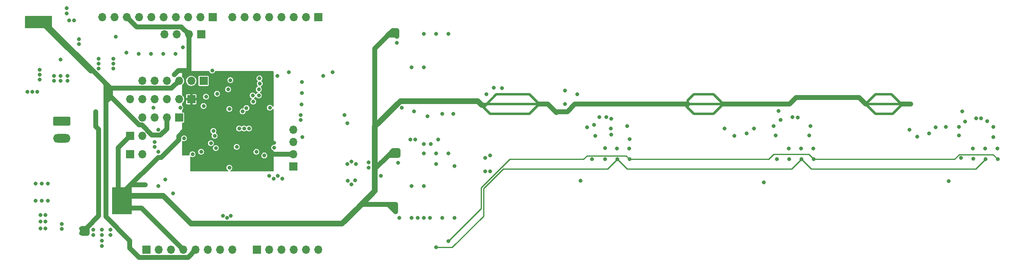
<source format=gbr>
%TF.GenerationSoftware,KiCad,Pcbnew,(6.0.2)*%
%TF.CreationDate,2022-03-11T07:45:19+01:00*%
%TF.ProjectId,GestureControl,47657374-7572-4654-936f-6e74726f6c2e,V0.1*%
%TF.SameCoordinates,Original*%
%TF.FileFunction,Copper,L3,Inr*%
%TF.FilePolarity,Positive*%
%FSLAX46Y46*%
G04 Gerber Fmt 4.6, Leading zero omitted, Abs format (unit mm)*
G04 Created by KiCad (PCBNEW (6.0.2)) date 2022-03-11 07:45:19*
%MOMM*%
%LPD*%
G01*
G04 APERTURE LIST*
G04 Aperture macros list*
%AMRoundRect*
0 Rectangle with rounded corners*
0 $1 Rounding radius*
0 $2 $3 $4 $5 $6 $7 $8 $9 X,Y pos of 4 corners*
0 Add a 4 corners polygon primitive as box body*
4,1,4,$2,$3,$4,$5,$6,$7,$8,$9,$2,$3,0*
0 Add four circle primitives for the rounded corners*
1,1,$1+$1,$2,$3*
1,1,$1+$1,$4,$5*
1,1,$1+$1,$6,$7*
1,1,$1+$1,$8,$9*
0 Add four rect primitives between the rounded corners*
20,1,$1+$1,$2,$3,$4,$5,0*
20,1,$1+$1,$4,$5,$6,$7,0*
20,1,$1+$1,$6,$7,$8,$9,0*
20,1,$1+$1,$8,$9,$2,$3,0*%
G04 Aperture macros list end*
%TA.AperFunction,ComponentPad*%
%ADD10R,1.700000X1.700000*%
%TD*%
%TA.AperFunction,ComponentPad*%
%ADD11O,1.700000X1.700000*%
%TD*%
%TA.AperFunction,ComponentPad*%
%ADD12RoundRect,0.250000X-1.550000X0.650000X-1.550000X-0.650000X1.550000X-0.650000X1.550000X0.650000X0*%
%TD*%
%TA.AperFunction,ComponentPad*%
%ADD13O,3.600000X1.800000*%
%TD*%
%TA.AperFunction,ViaPad*%
%ADD14C,0.800000*%
%TD*%
%TA.AperFunction,Conductor*%
%ADD15C,1.000000*%
%TD*%
%TA.AperFunction,Conductor*%
%ADD16C,0.500000*%
%TD*%
%TA.AperFunction,Conductor*%
%ADD17C,1.200000*%
%TD*%
%TA.AperFunction,Conductor*%
%ADD18C,0.250000*%
%TD*%
G04 APERTURE END LIST*
D10*
%TO.N,unconnected-(J3-Pad1)*%
%TO.C,J3*%
X67818000Y-155194000D03*
D11*
%TO.N,unconnected-(J3-Pad2)*%
X70358000Y-155194000D03*
%TO.N,unconnected-(J3-Pad3)*%
X72898000Y-155194000D03*
%TO.N,+3V3*%
X75438000Y-155194000D03*
%TO.N,+5V*%
X77978000Y-155194000D03*
%TO.N,GND*%
X80518000Y-155194000D03*
X83058000Y-155194000D03*
%TO.N,unconnected-(J3-Pad8)*%
X85598000Y-155194000D03*
%TD*%
D10*
%TO.N,XSHUT_0*%
%TO.C,J4*%
X90678000Y-155194000D03*
D11*
%TO.N,XSHUT_1*%
X93218000Y-155194000D03*
%TO.N,XSHUT_2*%
X95758000Y-155194000D03*
%TO.N,XSHUT_3*%
X98298000Y-155194000D03*
%TO.N,SW_1*%
X100838000Y-155194000D03*
%TO.N,SW_2*%
X103378000Y-155194000D03*
%TD*%
D10*
%TO.N,unconnected-(J5-Pad1)*%
%TO.C,J5*%
X81534000Y-106934000D03*
D11*
%TO.N,unconnected-(J5-Pad2)*%
X78994000Y-106934000D03*
%TO.N,GPIOI_0*%
X76454000Y-106934000D03*
%TO.N,GPIOI_1*%
X73914000Y-106934000D03*
%TO.N,GPIOI_2*%
X71374000Y-106934000D03*
%TO.N,GPIOI_3*%
X68834000Y-106934000D03*
%TO.N,GND*%
X66294000Y-106934000D03*
%TO.N,+3V3*%
X63754000Y-106934000D03*
%TO.N,SDA1*%
X61214000Y-106934000D03*
%TO.N,SCL1*%
X58674000Y-106934000D03*
%TD*%
D10*
%TO.N,GND*%
%TO.C,J1*%
X74543490Y-127756490D03*
D11*
%TO.N,+5V*%
X72003490Y-127756490D03*
%TO.N,SDA1*%
X69463490Y-127756490D03*
%TO.N,SCL1*%
X66923490Y-127756490D03*
%TD*%
D12*
%TO.N,GND*%
%TO.C,J2*%
X50292000Y-128524000D03*
D13*
%TO.N,Net-(D6-Pad2)*%
X50292000Y-132024000D03*
%TD*%
D10*
%TO.N,GND*%
%TO.C,J7*%
X79623490Y-120136490D03*
D11*
%TO.N,/STM32L151RET6TR/FTDI_CTS*%
X77083490Y-120136490D03*
%TO.N,+5V*%
X74543490Y-120136490D03*
%TO.N,/STM32L151RET6TR/FTDI_TXD*%
X72003490Y-120136490D03*
%TO.N,/STM32L151RET6TR/FTDI_RXD*%
X69463490Y-120136490D03*
%TO.N,/STM32L151RET6TR/FTDI_RTS*%
X66923490Y-120136490D03*
%TD*%
D10*
%TO.N,GND*%
%TO.C,J10*%
X79121000Y-110490000D03*
D11*
%TO.N,+3V3*%
X76581000Y-110490000D03*
%TO.N,SDA2*%
X74041000Y-110490000D03*
%TO.N,SCL2*%
X71501000Y-110490000D03*
%TD*%
D10*
%TO.N,GND*%
%TO.C,J9*%
X98165490Y-137916490D03*
D11*
%TO.N,+3V3*%
X98165490Y-135376490D03*
%TO.N,/STM32L151RET6TR/UART_TX*%
X98165490Y-132836490D03*
%TO.N,/STM32L151RET6TR/UART_RX*%
X98165490Y-130296490D03*
%TD*%
D10*
%TO.N,unconnected-(J6-Pad1)*%
%TO.C,J6*%
X103378000Y-106934000D03*
D11*
%TO.N,unconnected-(J6-Pad2)*%
X100838000Y-106934000D03*
%TO.N,LED_5*%
X98298000Y-106934000D03*
%TO.N,LED_4*%
X95758000Y-106934000D03*
%TO.N,LED_3*%
X93218000Y-106934000D03*
%TO.N,LED_2*%
X90678000Y-106934000D03*
%TO.N,LED_1*%
X88138000Y-106934000D03*
%TO.N,unconnected-(J6-Pad8)*%
X85598000Y-106934000D03*
%TD*%
D10*
%TO.N,+3V3*%
%TO.C,J8*%
X77083490Y-123946490D03*
D11*
%TO.N,/STM32L151RET6TR/SWCLK*%
X74543490Y-123946490D03*
%TO.N,GND*%
X72003490Y-123946490D03*
%TO.N,/STM32L151RET6TR/SWDAT*%
X69463490Y-123946490D03*
%TO.N,/STM32L151RET6TR/RST*%
X66923490Y-123946490D03*
%TO.N,/STM32L151RET6TR/SW0*%
X64383490Y-123946490D03*
%TD*%
D10*
%TO.N,GND*%
%TO.C,J11*%
X64383490Y-135376490D03*
D11*
%TO.N,/STM32L151RET6TR/RST*%
X66923490Y-135376490D03*
%TD*%
D10*
%TO.N,+3V3*%
%TO.C,J12*%
X64383490Y-131566490D03*
D11*
%TO.N,/STM32L151RET6TR/BOOT*%
X66923490Y-131566490D03*
%TD*%
D14*
%TO.N,+3V3*%
X151638000Y-125730000D03*
%TO.N,GND*%
X93339490Y-125724490D03*
X203291000Y-134148000D03*
X243078000Y-129667000D03*
X99943490Y-120390490D03*
X241391000Y-134148000D03*
X165191000Y-134148000D03*
X126492000Y-148590000D03*
X129032000Y-148590000D03*
X50038000Y-119126000D03*
X60960000Y-116586000D03*
X56769000Y-152146000D03*
X131572000Y-148590000D03*
X127726000Y-110399000D03*
X92202000Y-135640500D03*
X82417490Y-122803490D03*
X51816000Y-107569000D03*
X200751000Y-134148000D03*
X58547000Y-153289000D03*
X120650000Y-125730000D03*
X60325000Y-152146000D03*
X192024000Y-131064000D03*
X139700000Y-121539000D03*
X123952000Y-148590000D03*
X160453750Y-129224652D03*
X125186000Y-110399000D03*
X154432000Y-124968000D03*
X130266000Y-135164000D03*
X51308000Y-105029000D03*
X57912000Y-115570000D03*
X120142000Y-148590000D03*
X193548000Y-130048000D03*
X119888000Y-137160000D03*
X45847000Y-149352000D03*
X77337490Y-135376490D03*
X45720000Y-117856000D03*
X122428000Y-132334000D03*
X156972000Y-122936000D03*
X83629500Y-148145500D03*
X79115490Y-134868490D03*
X45847000Y-147955000D03*
X127726000Y-135164000D03*
X130266000Y-110399000D03*
X45212000Y-122428000D03*
X225679000Y-130302000D03*
X58547000Y-152146000D03*
X45720000Y-119888000D03*
X50292000Y-150876000D03*
X227330000Y-131699000D03*
X162687000Y-134112000D03*
X154432000Y-122174000D03*
X237236000Y-128573000D03*
X126619000Y-133223000D03*
X47371000Y-141478000D03*
X238851000Y-134148000D03*
X138176000Y-122936000D03*
X56769000Y-151003000D03*
X189484000Y-131572000D03*
X46863000Y-149352000D03*
X233807000Y-140970000D03*
X45720000Y-118872000D03*
X58547000Y-154432000D03*
X157607000Y-140843000D03*
X50292000Y-149860000D03*
X44831000Y-141478000D03*
X205232000Y-129540000D03*
X50038000Y-120142000D03*
X205831000Y-134148000D03*
X51435000Y-120142000D03*
X46101000Y-141478000D03*
X195580000Y-141224000D03*
X85280500Y-148145500D03*
X243931000Y-134148000D03*
X70225490Y-141980490D03*
X60960000Y-117602000D03*
X123190000Y-126492000D03*
X163957000Y-131318000D03*
X43180000Y-122428000D03*
X125222000Y-133223000D03*
X73279000Y-143510000D03*
X60325000Y-151003000D03*
X239522000Y-127889000D03*
X86481490Y-133852490D03*
X50038000Y-115697000D03*
X163957000Y-128016000D03*
X84449490Y-148584490D03*
X108817490Y-127248490D03*
X231140000Y-129794000D03*
X201514688Y-127669312D03*
X119634000Y-112268000D03*
X141351000Y-121666000D03*
X46863000Y-150749000D03*
X57912000Y-117602000D03*
X45847000Y-150749000D03*
X167259000Y-129540000D03*
X57912000Y-116586000D03*
X81147490Y-133090490D03*
X197612000Y-129540000D03*
X51435000Y-119126000D03*
X235966000Y-129667000D03*
X51308000Y-106172000D03*
X53848000Y-112522000D03*
X187452000Y-130048000D03*
X89021490Y-130042490D03*
X60960000Y-115570000D03*
X241808000Y-128524000D03*
X125186000Y-135164000D03*
X48641000Y-119126000D03*
X47371000Y-145034000D03*
X44831000Y-145034000D03*
X58547000Y-151003000D03*
X44196000Y-122428000D03*
X94234000Y-133985000D03*
X46101000Y-145034000D03*
X48641000Y-120142000D03*
X90551000Y-134874000D03*
X229743000Y-131064000D03*
X125984000Y-127508000D03*
X71718000Y-140626000D03*
X79623490Y-125343490D03*
X167731000Y-134148000D03*
X52832000Y-107569000D03*
X163940743Y-130048956D03*
X46863000Y-147955000D03*
X70225490Y-134868490D03*
X81401490Y-117977490D03*
%TO.N,VCC*%
X55245000Y-151765000D03*
X55245000Y-150749000D03*
X54229000Y-151765000D03*
X57277000Y-129584000D03*
X57277000Y-127552000D03*
X57277000Y-128568000D03*
X54229000Y-150749000D03*
X57277000Y-126536000D03*
%TO.N,+3V3*%
X243078000Y-131826000D03*
X73533000Y-118872000D03*
X119634000Y-110871000D03*
X63500000Y-146558000D03*
X104394000Y-119088500D03*
X61976000Y-142748000D03*
X87497490Y-133852490D03*
X61976000Y-145288000D03*
X204978000Y-131445000D03*
X61976000Y-144018000D03*
X167767000Y-132207000D03*
X61976000Y-146558000D03*
X94234000Y-132969000D03*
X90886490Y-125303490D03*
X160655000Y-131572000D03*
X128214700Y-132287298D03*
X81829488Y-128010490D03*
X83941490Y-130804490D03*
X224282000Y-124968000D03*
X63500000Y-145288000D03*
X197993000Y-131445000D03*
X119380000Y-147320000D03*
X63500000Y-142748000D03*
X119634000Y-109728000D03*
X123444000Y-132334000D03*
X136398000Y-124333000D03*
X137160000Y-125095000D03*
X63500000Y-144018000D03*
X119888000Y-135636000D03*
X97282000Y-118364000D03*
X188722000Y-124968000D03*
X67564000Y-141732000D03*
X187198000Y-124968000D03*
X82671490Y-120898490D03*
X81020490Y-134233490D03*
X92583000Y-119634000D03*
X225933000Y-124968000D03*
X235966000Y-131445000D03*
X119888000Y-134620000D03*
X152654000Y-126746000D03*
X119380000Y-145796000D03*
%TO.N,XSHUT_1*%
X162687000Y-136398000D03*
X138938000Y-135636000D03*
X94107000Y-140462000D03*
X125222000Y-148590000D03*
X161544000Y-127635000D03*
X138938000Y-138938000D03*
%TO.N,GPIOI_1*%
X158988951Y-129809049D03*
X122682000Y-148590000D03*
X113792000Y-138176000D03*
X137922000Y-138938000D03*
X160020000Y-136398000D03*
X88512206Y-125761490D03*
X162941000Y-127635000D03*
X137922000Y-136100972D03*
%TO.N,XSHUT_2*%
X111125000Y-137414000D03*
X94996000Y-139827000D03*
X110998000Y-140799219D03*
X198628000Y-126365000D03*
X200787000Y-136398000D03*
X125222000Y-117348000D03*
%TO.N,GPIOI_2*%
X199009000Y-128248020D03*
X198247000Y-136398000D03*
X202565000Y-127762000D03*
X122682000Y-117348000D03*
%TO.N,XSHUT_0*%
X129032000Y-127000000D03*
X93218000Y-139827000D03*
X116332000Y-139827000D03*
%TO.N,GPIOI_0*%
X131318000Y-127000000D03*
X113792000Y-137033000D03*
X89910490Y-124454490D03*
%TO.N,LED_3*%
X99689490Y-127250501D03*
X91053490Y-121914490D03*
%TO.N,LED_4*%
X91246503Y-120715508D03*
X99933042Y-125051500D03*
%TO.N,LED_5*%
X91206489Y-119645186D03*
X99943490Y-122676490D03*
%TO.N,LED_1*%
X89783490Y-123184490D03*
X100064501Y-131820490D03*
%TO.N,LED_2*%
X91053490Y-123184490D03*
X99696679Y-128249978D03*
%TO.N,SW_1*%
X106299000Y-118364000D03*
X109474000Y-140843000D03*
X109347000Y-128905000D03*
X109347000Y-137414000D03*
%TO.N,SW_2*%
X110236000Y-141605000D03*
X94872692Y-119107607D03*
X110236000Y-136906000D03*
%TO.N,+5V*%
X56261000Y-118110000D03*
X45974000Y-108331000D03*
X43942000Y-108331000D03*
X46990000Y-108331000D03*
X44958000Y-108331000D03*
%TO.N,/STM32L151RET6TR/BOOT*%
X75559490Y-132074490D03*
%TO.N,/STM32L151RET6TR/RST*%
X84957490Y-138170490D03*
%TO.N,SCL1*%
X127762000Y-154686000D03*
X69463490Y-132836490D03*
X203327000Y-136398000D03*
X127762000Y-137414000D03*
X241427000Y-136398000D03*
X165227000Y-136398000D03*
%TO.N,SDA1*%
X205867000Y-136398000D03*
X167767000Y-136398000D03*
X70225490Y-130296490D03*
X131572000Y-137795000D03*
X69468143Y-133857143D03*
X243967000Y-136398000D03*
X130302000Y-153416000D03*
%TO.N,/STM32L151RET6TR/FTDI_RTS*%
X81655490Y-130550490D03*
X80131490Y-123438490D03*
%TO.N,/STM32L151RET6TR/FTDI_CTS*%
X81909490Y-131566490D03*
%TO.N,/STM32L151RET6TR/SW0*%
X69209490Y-125724490D03*
X74797490Y-125724490D03*
%TO.N,SCL2*%
X68701490Y-114548490D03*
X84703490Y-121914490D03*
%TO.N,SDA2*%
X85186510Y-119995408D03*
X71241490Y-114548490D03*
%TO.N,/STM32L151RET6TR/PIN41*%
X84957490Y-125978490D03*
%TO.N,/STM32L151RET6TR/PIN29*%
X88005490Y-130042490D03*
%TO.N,/STM32L151RET6TR/PIN30*%
X86989490Y-130042490D03*
%TO.N,/STM32L151RET6TR/PC8*%
X73781490Y-114548490D03*
%TO.N,/STM32L151RET6TR/PA9*%
X66161490Y-114548490D03*
%TO.N,/STM32L151RET6TR/PA10*%
X63621490Y-114294490D03*
%TO.N,BUCK_5_EN*%
X82163490Y-134106490D03*
X75311000Y-113157000D03*
X53848000Y-111506000D03*
X61468000Y-110998000D03*
%TO.N,XSHUT_3*%
X95885000Y-140462000D03*
X238887000Y-136271000D03*
X125222000Y-141986000D03*
X236601000Y-126492000D03*
%TO.N,GPIOI_3*%
X233246989Y-129667000D03*
X236347000Y-136144000D03*
X240538000Y-127889000D03*
X87713990Y-126492000D03*
X122682000Y-141986000D03*
%TD*%
D15*
%TO.N,+3V3*%
X150876000Y-124968000D02*
X152654000Y-126746000D01*
%TO.N,VCC*%
X57912000Y-130219000D02*
X57912000Y-148163634D01*
X57912000Y-148163634D02*
X55499000Y-150576634D01*
X55499000Y-151765000D02*
X55499000Y-150749000D01*
X57277000Y-126536000D02*
X57277000Y-129584000D01*
X54483000Y-151765000D02*
X55499000Y-151765000D01*
X55499000Y-150749000D02*
X54483000Y-151765000D01*
X55499000Y-150749000D02*
X54483000Y-150749000D01*
X54483000Y-150749000D02*
X54483000Y-151765000D01*
X57277000Y-129584000D02*
X57912000Y-130219000D01*
X55499000Y-150576634D02*
X55499000Y-150749000D01*
%TO.N,+3V3*%
X76581000Y-117221000D02*
X76581000Y-117983000D01*
X115062000Y-129621634D02*
X115062000Y-113411000D01*
D16*
X149098000Y-124968000D02*
X147066000Y-122936000D01*
D15*
X179832000Y-124968000D02*
X156464000Y-124968000D01*
D16*
X179832000Y-124968000D02*
X179832000Y-124206000D01*
D15*
X98165490Y-135376490D02*
X93477510Y-135376490D01*
D16*
X221996000Y-122936000D02*
X223774000Y-124714000D01*
D15*
X76581000Y-110490000D02*
X76581000Y-117221000D01*
X117792500Y-110680500D02*
X118745000Y-109728000D01*
D16*
X137160000Y-125222000D02*
X137541000Y-125603000D01*
X216662000Y-124968000D02*
X218694000Y-127000000D01*
D15*
X119634000Y-110871000D02*
X119443500Y-110680500D01*
D16*
X179959000Y-125857000D02*
X179578000Y-125476000D01*
D15*
X65760489Y-108940489D02*
X75031489Y-108940489D01*
D16*
X218694000Y-122936000D02*
X221996000Y-122936000D01*
X216662000Y-124968000D02*
X218694000Y-122936000D01*
D15*
X66802000Y-146558000D02*
X75438000Y-155194000D01*
D16*
X185166000Y-127000000D02*
X181102000Y-127000000D01*
D17*
X108279999Y-149784001D02*
X77013001Y-149784001D01*
D15*
X150876000Y-124968000D02*
X151638000Y-125730000D01*
D17*
X137160000Y-125095000D02*
X136398000Y-124333000D01*
D15*
X70231000Y-136017000D02*
X70866000Y-136017000D01*
X152654000Y-126746000D02*
X152864511Y-126535489D01*
X224028000Y-124968000D02*
X225933000Y-124968000D01*
X188722000Y-124968000D02*
X189738000Y-124968000D01*
D17*
X77013001Y-149784001D02*
X71247000Y-144018000D01*
D15*
X119380000Y-145796000D02*
X117221000Y-145796000D01*
X76581000Y-117221000D02*
X76581000Y-118618000D01*
X117856000Y-145796000D02*
X117221000Y-145796000D01*
D16*
X218694000Y-127000000D02*
X222250000Y-127000000D01*
X187198000Y-124968000D02*
X185166000Y-127000000D01*
X137160000Y-125095000D02*
X137160000Y-125222000D01*
D15*
X149098000Y-124968000D02*
X150876000Y-124968000D01*
D16*
X137541000Y-125603000D02*
X138938000Y-127000000D01*
D15*
X119634000Y-109728000D02*
X119634000Y-110871000D01*
X75031489Y-108940489D02*
X76581000Y-110490000D01*
D18*
X76581000Y-118618000D02*
X75946000Y-118618000D01*
D16*
X222250000Y-127000000D02*
X224028000Y-125222000D01*
D15*
X119888000Y-134620000D02*
X119888000Y-135636000D01*
D16*
X140208000Y-122936000D02*
X138049000Y-125095000D01*
X147066000Y-127000000D02*
X149098000Y-124968000D01*
D15*
X74422000Y-117983000D02*
X73533000Y-118872000D01*
D17*
X115062000Y-143002000D02*
X115062000Y-142621000D01*
D15*
X152864511Y-126535489D02*
X154896511Y-126535489D01*
X67564000Y-141732000D02*
X64516000Y-141732000D01*
D17*
X115062000Y-129621634D02*
X120350634Y-124333000D01*
D15*
X202236567Y-123614489D02*
X215308489Y-123614489D01*
X64383490Y-131566490D02*
X61976000Y-133973980D01*
X76581000Y-117983000D02*
X75946000Y-118618000D01*
X119380000Y-147320000D02*
X119380000Y-145796000D01*
X156464000Y-124968000D02*
X154896511Y-126535489D01*
D17*
X111633000Y-146431000D02*
X115062000Y-143002000D01*
D16*
X216662000Y-124968000D02*
X224028000Y-124968000D01*
D17*
X115062000Y-129921000D02*
X115062000Y-129621634D01*
X120350634Y-124333000D02*
X136398000Y-124333000D01*
D16*
X149098000Y-124968000D02*
X137033000Y-124968000D01*
X181102000Y-122936000D02*
X185166000Y-122936000D01*
D15*
X118110000Y-135636000D02*
X117983000Y-135509000D01*
D16*
X137033000Y-124968000D02*
X136398000Y-124333000D01*
D15*
X200883056Y-124968000D02*
X202236567Y-123614489D01*
X119888000Y-135636000D02*
X118872000Y-134620000D01*
X63500000Y-142748000D02*
X70231000Y-136017000D01*
X117304511Y-111168489D02*
X117792500Y-110680500D01*
D16*
X137541000Y-125603000D02*
X138049000Y-125095000D01*
D17*
X115062000Y-138430000D02*
X115062000Y-136779000D01*
D15*
X215308489Y-123614489D02*
X216662000Y-124968000D01*
X119634000Y-109728000D02*
X118745000Y-109728000D01*
X119888000Y-135636000D02*
X118110000Y-135636000D01*
X119380000Y-147320000D02*
X117856000Y-145796000D01*
X61976000Y-133973980D02*
X61976000Y-142748000D01*
D16*
X138938000Y-127000000D02*
X147066000Y-127000000D01*
D17*
X115062000Y-142621000D02*
X115062000Y-138430000D01*
D15*
X76581000Y-117983000D02*
X74422000Y-117983000D01*
X64516000Y-141732000D02*
X63500000Y-142748000D01*
X115062000Y-113411000D02*
X117304511Y-111168489D01*
X117221000Y-145796000D02*
X112268000Y-145796000D01*
X118872000Y-134620000D02*
X117983000Y-135509000D01*
D17*
X112268000Y-145796000D02*
X111633000Y-146431000D01*
D15*
X63754000Y-106934000D02*
X65760489Y-108940489D01*
X119443500Y-110680500D02*
X117792500Y-110680500D01*
X70866000Y-136017000D02*
X74459979Y-132423021D01*
D17*
X71247000Y-144018000D02*
X63500000Y-144018000D01*
D16*
X147066000Y-122936000D02*
X140208000Y-122936000D01*
D15*
X118745000Y-109728000D02*
X115062000Y-113411000D01*
X189738000Y-124968000D02*
X200883056Y-124968000D01*
X189738000Y-124968000D02*
X187198000Y-124968000D01*
D16*
X179832000Y-125730000D02*
X179832000Y-125476000D01*
X185166000Y-122936000D02*
X187198000Y-124968000D01*
D15*
X74459979Y-132423021D02*
X74459979Y-131619057D01*
X119888000Y-134620000D02*
X118872000Y-134620000D01*
X224028000Y-124968000D02*
X224282000Y-124968000D01*
X74459979Y-131619057D02*
X75777036Y-130302000D01*
X63500000Y-146558000D02*
X66802000Y-146558000D01*
D16*
X179832000Y-124968000D02*
X186690000Y-124968000D01*
D17*
X115062000Y-136779000D02*
X115062000Y-129921000D01*
D15*
X75777036Y-130302000D02*
X77089000Y-130302000D01*
D16*
X181102000Y-127000000D02*
X179959000Y-125857000D01*
X179832000Y-124206000D02*
X181102000Y-122936000D01*
D17*
X111633000Y-146431000D02*
X108279999Y-149784001D01*
D16*
X179959000Y-125857000D02*
X179832000Y-125730000D01*
D15*
X117983000Y-135509000D02*
X115062000Y-138430000D01*
%TO.N,+5V*%
X59436000Y-124968000D02*
X59436000Y-148336000D01*
X46990000Y-108839000D02*
X46990000Y-108331000D01*
X59436000Y-124968000D02*
X59436000Y-120777000D01*
X60345001Y-123369341D02*
X60345001Y-121686001D01*
X72993979Y-121686001D02*
X60345001Y-121686001D01*
X59436000Y-124968000D02*
X59436000Y-124460000D01*
X66281661Y-129306001D02*
X60345001Y-123369341D01*
X68944342Y-131396001D02*
X66854342Y-129306001D01*
X70680923Y-131396001D02*
X68944342Y-131396001D01*
X74543490Y-120136490D02*
X72993979Y-121686001D01*
X66854342Y-129306001D02*
X66281661Y-129306001D01*
X76428489Y-156743511D02*
X77978000Y-155194000D01*
X59436000Y-120777000D02*
X58737500Y-120078500D01*
X56261000Y-118110000D02*
X46990000Y-108839000D01*
X60345001Y-121686001D02*
X58737500Y-120078500D01*
X66319511Y-156743511D02*
X76428489Y-156743511D01*
X59436000Y-124460000D02*
X60345001Y-123550999D01*
X64376245Y-154800245D02*
X66319511Y-156743511D01*
X72003490Y-127756490D02*
X72003490Y-130073434D01*
X58737500Y-120078500D02*
X46990000Y-108331000D01*
X60345001Y-123550999D02*
X60345001Y-123369341D01*
X59436000Y-148336000D02*
X64376245Y-153276245D01*
X72003490Y-130073434D02*
X70680923Y-131396001D01*
X64376245Y-153276245D02*
X64376245Y-154800245D01*
D18*
%TO.N,SCL1*%
X167259000Y-138430000D02*
X201295000Y-138430000D01*
X137546020Y-142488980D02*
X141605000Y-138430000D01*
X137546020Y-148203980D02*
X137546020Y-142488980D01*
X165227000Y-136398000D02*
X167259000Y-138430000D01*
X127762000Y-154686000D02*
X131064000Y-154686000D01*
X203327000Y-136398000D02*
X205359000Y-138430000D01*
X205359000Y-138430000D02*
X239395000Y-138430000D01*
X239395000Y-138430000D02*
X241427000Y-136398000D01*
X141605000Y-138430000D02*
X163195000Y-138430000D01*
X131064000Y-154686000D02*
X137546020Y-148203980D01*
X163195000Y-138430000D02*
X165227000Y-136398000D01*
X201295000Y-138430000D02*
X203327000Y-136398000D01*
%TO.N,SDA1*%
X196596000Y-136398000D02*
X167767000Y-136398000D01*
X137096500Y-146621500D02*
X130302000Y-153416000D01*
X137096500Y-142302782D02*
X137096500Y-146621500D01*
X205867000Y-136398000D02*
X204851000Y-135382000D01*
X143001282Y-136398000D02*
X137096500Y-142302782D01*
X158242000Y-136398000D02*
X143001282Y-136398000D01*
X205867000Y-136398000D02*
X235068386Y-136398000D01*
X242988489Y-135419489D02*
X243967000Y-136398000D01*
X204851000Y-135382000D02*
X197612000Y-135382000D01*
X235068386Y-136398000D02*
X236046897Y-135419489D01*
X167767000Y-136398000D02*
X167042489Y-135673489D01*
X158966511Y-135673489D02*
X158242000Y-136398000D01*
X236046897Y-135419489D02*
X242988489Y-135419489D01*
X167042489Y-135673489D02*
X158966511Y-135673489D01*
X197612000Y-135382000D02*
X196596000Y-136398000D01*
%TD*%
%TA.AperFunction,Conductor*%
%TO.N,+3V3*%
G36*
X80788049Y-118124492D02*
G01*
X80836336Y-118182271D01*
X80876954Y-118280331D01*
X80973208Y-118405772D01*
X81098649Y-118502026D01*
X81244728Y-118562534D01*
X81401490Y-118583172D01*
X81409678Y-118582094D01*
X81550064Y-118563612D01*
X81558252Y-118562534D01*
X81704331Y-118502026D01*
X81829772Y-118405772D01*
X81926026Y-118280331D01*
X81966644Y-118182271D01*
X82011191Y-118126991D01*
X82083052Y-118104490D01*
X93975490Y-118104490D01*
X94043611Y-118124492D01*
X94090104Y-118178148D01*
X94101490Y-118230490D01*
X94101490Y-125364866D01*
X94081488Y-125432987D01*
X94027832Y-125479480D01*
X93957558Y-125489584D01*
X93892978Y-125460090D01*
X93866832Y-125428424D01*
X93864026Y-125421649D01*
X93767772Y-125296208D01*
X93756239Y-125287358D01*
X93686432Y-125233794D01*
X93642331Y-125199954D01*
X93496252Y-125139446D01*
X93339490Y-125118808D01*
X93182728Y-125139446D01*
X93036649Y-125199954D01*
X92992548Y-125233794D01*
X92922742Y-125287358D01*
X92911208Y-125296208D01*
X92814954Y-125421649D01*
X92754446Y-125567728D01*
X92733808Y-125724490D01*
X92754446Y-125881252D01*
X92814954Y-126027331D01*
X92911208Y-126152772D01*
X92917754Y-126157795D01*
X92947408Y-126180549D01*
X93036649Y-126249026D01*
X93182728Y-126309534D01*
X93339490Y-126330172D01*
X93347678Y-126329094D01*
X93488064Y-126310612D01*
X93496252Y-126309534D01*
X93642331Y-126249026D01*
X93731572Y-126180549D01*
X93761226Y-126157795D01*
X93767772Y-126152772D01*
X93864026Y-126027331D01*
X93866751Y-126020753D01*
X93917752Y-125972122D01*
X93987465Y-125958684D01*
X94053377Y-125985070D01*
X94094559Y-126042902D01*
X94101490Y-126084114D01*
X94101490Y-133305720D01*
X94081488Y-133373841D01*
X94023708Y-133422129D01*
X93931159Y-133460464D01*
X93848624Y-133523795D01*
X93814931Y-133549649D01*
X93805718Y-133556718D01*
X93800695Y-133563264D01*
X93786354Y-133581954D01*
X93709464Y-133682159D01*
X93648956Y-133828238D01*
X93628318Y-133985000D01*
X93648956Y-134141762D01*
X93709464Y-134287841D01*
X93805718Y-134413282D01*
X93931159Y-134509536D01*
X94004211Y-134539795D01*
X94023708Y-134547871D01*
X94078989Y-134592419D01*
X94101490Y-134664280D01*
X94101490Y-138806490D01*
X94081488Y-138874611D01*
X94027832Y-138921104D01*
X93975490Y-138932490D01*
X85317114Y-138932490D01*
X85248993Y-138912488D01*
X85202500Y-138858832D01*
X85192396Y-138788558D01*
X85221890Y-138723978D01*
X85253556Y-138697832D01*
X85260331Y-138695026D01*
X85385772Y-138598772D01*
X85482026Y-138473331D01*
X85542534Y-138327252D01*
X85563172Y-138170490D01*
X85542534Y-138013728D01*
X85482026Y-137867649D01*
X85385772Y-137742208D01*
X85260331Y-137645954D01*
X85114252Y-137585446D01*
X84957490Y-137564808D01*
X84800728Y-137585446D01*
X84654649Y-137645954D01*
X84529208Y-137742208D01*
X84432954Y-137867649D01*
X84372446Y-138013728D01*
X84351808Y-138170490D01*
X84372446Y-138327252D01*
X84432954Y-138473331D01*
X84529208Y-138598772D01*
X84654649Y-138695026D01*
X84661227Y-138697751D01*
X84709858Y-138748752D01*
X84723296Y-138818465D01*
X84696910Y-138884377D01*
X84639078Y-138925559D01*
X84597866Y-138932490D01*
X76955490Y-138932490D01*
X76887369Y-138912488D01*
X76840876Y-138858832D01*
X76829490Y-138806490D01*
X76829490Y-135999105D01*
X76849492Y-135930984D01*
X76903148Y-135884491D01*
X76973422Y-135874387D01*
X77019766Y-135893910D01*
X77020944Y-135891869D01*
X77028097Y-135895999D01*
X77034649Y-135901026D01*
X77180728Y-135961534D01*
X77337490Y-135982172D01*
X77345678Y-135981094D01*
X77486064Y-135962612D01*
X77494252Y-135961534D01*
X77640331Y-135901026D01*
X77765772Y-135804772D01*
X77777818Y-135789074D01*
X77856999Y-135685882D01*
X77862026Y-135679331D01*
X77878110Y-135640500D01*
X91596318Y-135640500D01*
X91616956Y-135797262D01*
X91677464Y-135943341D01*
X91773718Y-136068782D01*
X91899159Y-136165036D01*
X92045238Y-136225544D01*
X92202000Y-136246182D01*
X92210188Y-136245104D01*
X92350574Y-136226622D01*
X92358762Y-136225544D01*
X92504841Y-136165036D01*
X92630282Y-136068782D01*
X92726536Y-135943341D01*
X92787044Y-135797262D01*
X92807682Y-135640500D01*
X92787044Y-135483738D01*
X92726536Y-135337659D01*
X92658059Y-135248418D01*
X92635305Y-135218764D01*
X92630282Y-135212218D01*
X92504841Y-135115964D01*
X92358762Y-135055456D01*
X92202000Y-135034818D01*
X92045238Y-135055456D01*
X91899159Y-135115964D01*
X91773718Y-135212218D01*
X91768695Y-135218764D01*
X91745941Y-135248418D01*
X91677464Y-135337659D01*
X91616956Y-135483738D01*
X91596318Y-135640500D01*
X77878110Y-135640500D01*
X77922534Y-135533252D01*
X77943172Y-135376490D01*
X77922534Y-135219728D01*
X77862026Y-135073649D01*
X77765772Y-134948208D01*
X77661881Y-134868490D01*
X78509808Y-134868490D01*
X78530446Y-135025252D01*
X78590954Y-135171331D01*
X78687208Y-135296772D01*
X78812649Y-135393026D01*
X78958728Y-135453534D01*
X79115490Y-135474172D01*
X79123678Y-135473094D01*
X79264064Y-135454612D01*
X79272252Y-135453534D01*
X79418331Y-135393026D01*
X79543772Y-135296772D01*
X79640026Y-135171331D01*
X79700534Y-135025252D01*
X79720447Y-134874000D01*
X89945318Y-134874000D01*
X89965956Y-135030762D01*
X90026464Y-135176841D01*
X90122718Y-135302282D01*
X90248159Y-135398536D01*
X90394238Y-135459044D01*
X90551000Y-135479682D01*
X90559188Y-135478604D01*
X90699574Y-135460122D01*
X90707762Y-135459044D01*
X90853841Y-135398536D01*
X90979282Y-135302282D01*
X91075536Y-135176841D01*
X91136044Y-135030762D01*
X91156682Y-134874000D01*
X91136044Y-134717238D01*
X91075536Y-134571159D01*
X90979282Y-134445718D01*
X90853841Y-134349464D01*
X90707762Y-134288956D01*
X90551000Y-134268318D01*
X90394238Y-134288956D01*
X90248159Y-134349464D01*
X90122718Y-134445718D01*
X90026464Y-134571159D01*
X89965956Y-134717238D01*
X89945318Y-134874000D01*
X79720447Y-134874000D01*
X79721172Y-134868490D01*
X79700534Y-134711728D01*
X79640026Y-134565649D01*
X79543772Y-134440208D01*
X79418331Y-134343954D01*
X79282952Y-134287878D01*
X79279881Y-134286606D01*
X79272252Y-134283446D01*
X79115490Y-134262808D01*
X78958728Y-134283446D01*
X78951099Y-134286606D01*
X78948028Y-134287878D01*
X78812649Y-134343954D01*
X78687208Y-134440208D01*
X78590954Y-134565649D01*
X78530446Y-134711728D01*
X78509808Y-134868490D01*
X77661881Y-134868490D01*
X77640331Y-134851954D01*
X77494252Y-134791446D01*
X77337490Y-134770808D01*
X77180728Y-134791446D01*
X77034649Y-134851954D01*
X76909208Y-134948208D01*
X76812954Y-135073649D01*
X76752446Y-135219728D01*
X76731808Y-135376490D01*
X76732886Y-135384678D01*
X76746494Y-135488044D01*
X76735554Y-135558193D01*
X76688426Y-135611291D01*
X76621572Y-135630490D01*
X75304490Y-135630490D01*
X75236369Y-135610488D01*
X75189876Y-135556832D01*
X75178490Y-135504490D01*
X75178490Y-134106490D01*
X81557808Y-134106490D01*
X81578446Y-134263252D01*
X81638954Y-134409331D01*
X81666875Y-134445718D01*
X81718269Y-134512696D01*
X81735208Y-134534772D01*
X81860649Y-134631026D01*
X82006728Y-134691534D01*
X82163490Y-134712172D01*
X82171678Y-134711094D01*
X82312064Y-134692612D01*
X82320252Y-134691534D01*
X82466331Y-134631026D01*
X82591772Y-134534772D01*
X82608712Y-134512696D01*
X82660105Y-134445718D01*
X82688026Y-134409331D01*
X82748534Y-134263252D01*
X82769172Y-134106490D01*
X82748534Y-133949728D01*
X82708257Y-133852490D01*
X85875808Y-133852490D01*
X85896446Y-134009252D01*
X85956954Y-134155331D01*
X86053208Y-134280772D01*
X86059754Y-134285795D01*
X86062469Y-134287878D01*
X86178649Y-134377026D01*
X86324728Y-134437534D01*
X86481490Y-134458172D01*
X86489678Y-134457094D01*
X86630064Y-134438612D01*
X86638252Y-134437534D01*
X86784331Y-134377026D01*
X86900511Y-134287878D01*
X86903226Y-134285795D01*
X86909772Y-134280772D01*
X87006026Y-134155331D01*
X87066534Y-134009252D01*
X87087172Y-133852490D01*
X87066534Y-133695728D01*
X87006026Y-133549649D01*
X86909772Y-133424208D01*
X86784331Y-133327954D01*
X86638252Y-133267446D01*
X86481490Y-133246808D01*
X86324728Y-133267446D01*
X86178649Y-133327954D01*
X86053208Y-133424208D01*
X85956954Y-133549649D01*
X85896446Y-133695728D01*
X85875808Y-133852490D01*
X82708257Y-133852490D01*
X82688026Y-133803649D01*
X82591772Y-133678208D01*
X82466331Y-133581954D01*
X82320252Y-133521446D01*
X82163490Y-133500808D01*
X82006728Y-133521446D01*
X81860649Y-133581954D01*
X81854098Y-133586981D01*
X81809264Y-133621383D01*
X81743043Y-133646983D01*
X81693565Y-133636835D01*
X81704197Y-133683053D01*
X81678383Y-133752264D01*
X81638954Y-133803649D01*
X81578446Y-133949728D01*
X81557808Y-134106490D01*
X75178490Y-134106490D01*
X75178490Y-133090490D01*
X80541808Y-133090490D01*
X80562446Y-133247252D01*
X80622954Y-133393331D01*
X80719208Y-133518772D01*
X80844649Y-133615026D01*
X80990728Y-133675534D01*
X81147490Y-133696172D01*
X81155678Y-133695094D01*
X81296064Y-133676612D01*
X81304252Y-133675534D01*
X81450331Y-133615026D01*
X81501716Y-133575597D01*
X81567937Y-133549997D01*
X81617415Y-133560145D01*
X81606783Y-133513927D01*
X81632597Y-133444716D01*
X81648333Y-133424208D01*
X81672026Y-133393331D01*
X81732534Y-133247252D01*
X81753172Y-133090490D01*
X81732534Y-132933728D01*
X81672026Y-132787649D01*
X81575772Y-132662208D01*
X81450331Y-132565954D01*
X81304252Y-132505446D01*
X81147490Y-132484808D01*
X80990728Y-132505446D01*
X80844649Y-132565954D01*
X80719208Y-132662208D01*
X80622954Y-132787649D01*
X80562446Y-132933728D01*
X80541808Y-133090490D01*
X75178490Y-133090490D01*
X75178490Y-132755224D01*
X75198492Y-132687103D01*
X75252148Y-132640610D01*
X75322422Y-132630506D01*
X75352708Y-132638815D01*
X75402728Y-132659534D01*
X75559490Y-132680172D01*
X75567678Y-132679094D01*
X75708064Y-132660612D01*
X75716252Y-132659534D01*
X75862331Y-132599026D01*
X75987772Y-132502772D01*
X76084026Y-132377331D01*
X76144534Y-132231252D01*
X76165172Y-132074490D01*
X76144534Y-131917728D01*
X76084026Y-131771649D01*
X75987772Y-131646208D01*
X75862331Y-131549954D01*
X75716252Y-131489446D01*
X75559490Y-131468808D01*
X75402728Y-131489446D01*
X75395099Y-131492606D01*
X75352708Y-131510165D01*
X75282118Y-131517754D01*
X75218631Y-131485975D01*
X75182404Y-131424917D01*
X75178490Y-131393756D01*
X75178490Y-130550490D01*
X81049808Y-130550490D01*
X81070446Y-130707252D01*
X81130954Y-130853331D01*
X81227208Y-130978772D01*
X81233754Y-130983795D01*
X81346101Y-131070002D01*
X81346103Y-131070003D01*
X81352649Y-131075026D01*
X81353810Y-131075507D01*
X81400566Y-131124545D01*
X81414000Y-131194259D01*
X81392465Y-131248994D01*
X81394111Y-131249944D01*
X81389981Y-131257097D01*
X81384954Y-131263649D01*
X81324446Y-131409728D01*
X81303808Y-131566490D01*
X81324446Y-131723252D01*
X81384954Y-131869331D01*
X81481208Y-131994772D01*
X81606649Y-132091026D01*
X81752728Y-132151534D01*
X81909490Y-132172172D01*
X81917678Y-132171094D01*
X82058064Y-132152612D01*
X82066252Y-132151534D01*
X82212331Y-132091026D01*
X82337772Y-131994772D01*
X82434026Y-131869331D01*
X82494534Y-131723252D01*
X82515172Y-131566490D01*
X82494534Y-131409728D01*
X82434026Y-131263649D01*
X82337772Y-131138208D01*
X82331226Y-131133185D01*
X82218879Y-131046978D01*
X82218877Y-131046977D01*
X82212331Y-131041954D01*
X82211170Y-131041473D01*
X82164414Y-130992435D01*
X82150980Y-130922721D01*
X82172515Y-130867986D01*
X82170869Y-130867036D01*
X82174999Y-130859882D01*
X82180026Y-130853331D01*
X82240534Y-130707252D01*
X82261172Y-130550490D01*
X82240534Y-130393728D01*
X82180026Y-130247649D01*
X82083772Y-130122208D01*
X81979881Y-130042490D01*
X86383808Y-130042490D01*
X86404446Y-130199252D01*
X86464954Y-130345331D01*
X86561208Y-130470772D01*
X86686649Y-130567026D01*
X86832728Y-130627534D01*
X86989490Y-130648172D01*
X86997678Y-130647094D01*
X87138064Y-130628612D01*
X87146252Y-130627534D01*
X87292331Y-130567026D01*
X87417772Y-130470772D01*
X87419250Y-130472698D01*
X87470707Y-130444600D01*
X87541522Y-130449665D01*
X87576269Y-130471996D01*
X87577208Y-130470772D01*
X87702649Y-130567026D01*
X87848728Y-130627534D01*
X88005490Y-130648172D01*
X88013678Y-130647094D01*
X88154064Y-130628612D01*
X88162252Y-130627534D01*
X88308331Y-130567026D01*
X88433772Y-130470772D01*
X88435250Y-130472698D01*
X88486707Y-130444600D01*
X88557522Y-130449665D01*
X88592269Y-130471996D01*
X88593208Y-130470772D01*
X88718649Y-130567026D01*
X88864728Y-130627534D01*
X89021490Y-130648172D01*
X89029678Y-130647094D01*
X89170064Y-130628612D01*
X89178252Y-130627534D01*
X89324331Y-130567026D01*
X89449772Y-130470772D01*
X89546026Y-130345331D01*
X89606534Y-130199252D01*
X89627172Y-130042490D01*
X89606534Y-129885728D01*
X89546026Y-129739649D01*
X89449772Y-129614208D01*
X89324331Y-129517954D01*
X89178252Y-129457446D01*
X89021490Y-129436808D01*
X88864728Y-129457446D01*
X88718649Y-129517954D01*
X88593208Y-129614208D01*
X88591730Y-129612282D01*
X88540273Y-129640380D01*
X88469458Y-129635315D01*
X88434711Y-129612984D01*
X88433772Y-129614208D01*
X88314882Y-129522981D01*
X88308331Y-129517954D01*
X88162252Y-129457446D01*
X88005490Y-129436808D01*
X87848728Y-129457446D01*
X87702649Y-129517954D01*
X87577208Y-129614208D01*
X87575730Y-129612282D01*
X87524273Y-129640380D01*
X87453458Y-129635315D01*
X87418711Y-129612984D01*
X87417772Y-129614208D01*
X87298882Y-129522981D01*
X87292331Y-129517954D01*
X87146252Y-129457446D01*
X86989490Y-129436808D01*
X86832728Y-129457446D01*
X86686649Y-129517954D01*
X86561208Y-129614208D01*
X86464954Y-129739649D01*
X86404446Y-129885728D01*
X86383808Y-130042490D01*
X81979881Y-130042490D01*
X81958331Y-130025954D01*
X81812252Y-129965446D01*
X81655490Y-129944808D01*
X81498728Y-129965446D01*
X81352649Y-130025954D01*
X81227208Y-130122208D01*
X81130954Y-130247649D01*
X81070446Y-130393728D01*
X81049808Y-130550490D01*
X75178490Y-130550490D01*
X75178490Y-128932990D01*
X75198492Y-128864869D01*
X75252148Y-128818376D01*
X75304490Y-128806990D01*
X75413238Y-128806990D01*
X75419306Y-128805783D01*
X75459551Y-128797778D01*
X75459552Y-128797778D01*
X75471721Y-128795357D01*
X75538042Y-128751042D01*
X75582357Y-128684721D01*
X75593990Y-128626238D01*
X75593990Y-126886742D01*
X75582357Y-126828259D01*
X75538042Y-126761938D01*
X75471721Y-126717623D01*
X75459552Y-126715202D01*
X75459551Y-126715202D01*
X75419306Y-126707197D01*
X75413238Y-126705990D01*
X75304490Y-126705990D01*
X75236369Y-126685988D01*
X75189876Y-126632332D01*
X75178490Y-126579990D01*
X75178490Y-126250720D01*
X75198492Y-126182599D01*
X75215397Y-126161622D01*
X75219219Y-126157800D01*
X75225772Y-126152772D01*
X75245499Y-126127064D01*
X75294105Y-126063718D01*
X75322026Y-126027331D01*
X75342257Y-125978490D01*
X84351808Y-125978490D01*
X84372446Y-126135252D01*
X84375606Y-126142881D01*
X84376992Y-126146226D01*
X84432954Y-126281331D01*
X84529208Y-126406772D01*
X84654649Y-126503026D01*
X84800728Y-126563534D01*
X84957490Y-126584172D01*
X84965678Y-126583094D01*
X84989256Y-126579990D01*
X85114252Y-126563534D01*
X85260331Y-126503026D01*
X85274700Y-126492000D01*
X87108308Y-126492000D01*
X87128946Y-126648762D01*
X87189454Y-126794841D01*
X87285708Y-126920282D01*
X87411149Y-127016536D01*
X87557228Y-127077044D01*
X87713990Y-127097682D01*
X87722178Y-127096604D01*
X87862564Y-127078122D01*
X87870752Y-127077044D01*
X88016831Y-127016536D01*
X88142272Y-126920282D01*
X88238526Y-126794841D01*
X88299034Y-126648762D01*
X88319672Y-126492000D01*
X88318735Y-126484879D01*
X88338596Y-126417237D01*
X88392252Y-126370744D01*
X88461040Y-126360436D01*
X88504018Y-126366094D01*
X88512206Y-126367172D01*
X88520394Y-126366094D01*
X88660780Y-126347612D01*
X88668968Y-126346534D01*
X88815047Y-126286026D01*
X88940488Y-126189772D01*
X89036742Y-126064331D01*
X89097250Y-125918252D01*
X89117888Y-125761490D01*
X89097250Y-125604728D01*
X89036742Y-125458649D01*
X88964780Y-125364866D01*
X88945511Y-125339754D01*
X88940488Y-125333208D01*
X88815047Y-125236954D01*
X88668968Y-125176446D01*
X88512206Y-125155808D01*
X88355444Y-125176446D01*
X88209365Y-125236954D01*
X88083924Y-125333208D01*
X88078901Y-125339754D01*
X88059632Y-125364866D01*
X87987670Y-125458649D01*
X87927162Y-125604728D01*
X87906524Y-125761490D01*
X87907461Y-125768611D01*
X87887600Y-125836253D01*
X87833944Y-125882746D01*
X87765156Y-125893054D01*
X87722178Y-125887396D01*
X87713990Y-125886318D01*
X87557228Y-125906956D01*
X87411149Y-125967464D01*
X87285708Y-126063718D01*
X87189454Y-126189159D01*
X87128946Y-126335238D01*
X87108308Y-126492000D01*
X85274700Y-126492000D01*
X85385772Y-126406772D01*
X85482026Y-126281331D01*
X85537988Y-126146226D01*
X85539374Y-126142881D01*
X85542534Y-126135252D01*
X85563172Y-125978490D01*
X85542534Y-125821728D01*
X85482026Y-125675649D01*
X85385772Y-125550208D01*
X85260331Y-125453954D01*
X85114252Y-125393446D01*
X84957490Y-125372808D01*
X84800728Y-125393446D01*
X84654649Y-125453954D01*
X84529208Y-125550208D01*
X84432954Y-125675649D01*
X84372446Y-125821728D01*
X84351808Y-125978490D01*
X75342257Y-125978490D01*
X75382534Y-125881252D01*
X75403172Y-125724490D01*
X75382534Y-125567728D01*
X75322026Y-125421649D01*
X75262053Y-125343490D01*
X79017808Y-125343490D01*
X79038446Y-125500252D01*
X79098954Y-125646331D01*
X79158927Y-125724490D01*
X79181036Y-125753302D01*
X79195208Y-125771772D01*
X79320649Y-125868026D01*
X79466728Y-125928534D01*
X79623490Y-125949172D01*
X79631678Y-125948094D01*
X79772064Y-125929612D01*
X79780252Y-125928534D01*
X79926331Y-125868026D01*
X80051772Y-125771772D01*
X80065945Y-125753302D01*
X80088053Y-125724490D01*
X80148026Y-125646331D01*
X80208534Y-125500252D01*
X80229172Y-125343490D01*
X80208534Y-125186728D01*
X80148026Y-125040649D01*
X80051772Y-124915208D01*
X79926331Y-124818954D01*
X79780252Y-124758446D01*
X79623490Y-124737808D01*
X79466728Y-124758446D01*
X79320649Y-124818954D01*
X79195208Y-124915208D01*
X79098954Y-125040649D01*
X79038446Y-125186728D01*
X79017808Y-125343490D01*
X75262053Y-125343490D01*
X75225772Y-125296208D01*
X75219219Y-125291180D01*
X75215397Y-125287358D01*
X75181370Y-125225046D01*
X75178490Y-125198260D01*
X75178490Y-124844990D01*
X75188764Y-124810001D01*
X76033490Y-124810001D01*
X76034697Y-124822256D01*
X76042673Y-124862354D01*
X76051989Y-124884845D01*
X76082405Y-124930366D01*
X76099614Y-124947575D01*
X76145135Y-124977991D01*
X76167626Y-124987307D01*
X76207724Y-124995283D01*
X76219979Y-124996490D01*
X76811375Y-124996490D01*
X76826614Y-124992015D01*
X76827819Y-124990625D01*
X76829490Y-124982942D01*
X76829490Y-124978375D01*
X77337490Y-124978375D01*
X77341965Y-124993614D01*
X77343355Y-124994819D01*
X77351038Y-124996490D01*
X77947001Y-124996490D01*
X77959256Y-124995283D01*
X77999354Y-124987307D01*
X78021845Y-124977991D01*
X78067366Y-124947575D01*
X78084575Y-124930366D01*
X78114991Y-124884845D01*
X78124307Y-124862354D01*
X78132283Y-124822256D01*
X78133490Y-124810001D01*
X78133490Y-124218605D01*
X78129015Y-124203366D01*
X78127625Y-124202161D01*
X78119942Y-124200490D01*
X77355605Y-124200490D01*
X77340366Y-124204965D01*
X77339161Y-124206355D01*
X77337490Y-124214038D01*
X77337490Y-124978375D01*
X76829490Y-124978375D01*
X76829490Y-124218605D01*
X76825015Y-124203366D01*
X76823625Y-124202161D01*
X76815942Y-124200490D01*
X76051605Y-124200490D01*
X76036366Y-124204965D01*
X76035161Y-124206355D01*
X76033490Y-124214038D01*
X76033490Y-124810001D01*
X75188764Y-124810001D01*
X75198492Y-124776869D01*
X75226917Y-124745701D01*
X75266585Y-124714709D01*
X75266591Y-124714703D01*
X75271441Y-124710914D01*
X75406054Y-124554962D01*
X75426877Y-124518308D01*
X75463130Y-124454490D01*
X75507813Y-124375834D01*
X75572841Y-124180353D01*
X75598661Y-123975964D01*
X75599073Y-123946490D01*
X75578970Y-123741460D01*
X75558716Y-123674375D01*
X76033490Y-123674375D01*
X76037965Y-123689614D01*
X76039355Y-123690819D01*
X76047038Y-123692490D01*
X76811375Y-123692490D01*
X76826614Y-123688015D01*
X76827819Y-123686625D01*
X76829490Y-123678942D01*
X76829490Y-123674375D01*
X77337490Y-123674375D01*
X77341965Y-123689614D01*
X77343355Y-123690819D01*
X77351038Y-123692490D01*
X78115375Y-123692490D01*
X78130614Y-123688015D01*
X78131819Y-123686625D01*
X78133490Y-123678942D01*
X78133490Y-123438490D01*
X79525808Y-123438490D01*
X79546446Y-123595252D01*
X79606954Y-123741331D01*
X79703208Y-123866772D01*
X79828649Y-123963026D01*
X79974728Y-124023534D01*
X80131490Y-124044172D01*
X80139678Y-124043094D01*
X80280064Y-124024612D01*
X80288252Y-124023534D01*
X80434331Y-123963026D01*
X80559772Y-123866772D01*
X80656026Y-123741331D01*
X80716534Y-123595252D01*
X80737172Y-123438490D01*
X80716534Y-123281728D01*
X80656026Y-123135649D01*
X80559772Y-123010208D01*
X80434331Y-122913954D01*
X80288252Y-122853446D01*
X80131490Y-122832808D01*
X79974728Y-122853446D01*
X79828649Y-122913954D01*
X79703208Y-123010208D01*
X79606954Y-123135649D01*
X79546446Y-123281728D01*
X79525808Y-123438490D01*
X78133490Y-123438490D01*
X78133490Y-123082979D01*
X78132283Y-123070724D01*
X78124307Y-123030626D01*
X78114991Y-123008135D01*
X78084575Y-122962614D01*
X78067366Y-122945405D01*
X78021845Y-122914989D01*
X77999354Y-122905673D01*
X77959256Y-122897697D01*
X77947001Y-122896490D01*
X77355605Y-122896490D01*
X77340366Y-122900965D01*
X77339161Y-122902355D01*
X77337490Y-122910038D01*
X77337490Y-123674375D01*
X76829490Y-123674375D01*
X76829490Y-122914605D01*
X76825015Y-122899366D01*
X76823625Y-122898161D01*
X76815942Y-122896490D01*
X76219979Y-122896490D01*
X76207724Y-122897697D01*
X76167626Y-122905673D01*
X76145135Y-122914989D01*
X76099614Y-122945405D01*
X76082405Y-122962614D01*
X76051989Y-123008135D01*
X76042673Y-123030626D01*
X76034697Y-123070724D01*
X76033490Y-123082979D01*
X76033490Y-123674375D01*
X75558716Y-123674375D01*
X75519425Y-123544239D01*
X75422708Y-123362339D01*
X75349349Y-123272392D01*
X75296396Y-123207465D01*
X75296393Y-123207462D01*
X75292501Y-123202690D01*
X75224175Y-123146165D01*
X75184436Y-123087332D01*
X75178490Y-123049081D01*
X75178490Y-122803490D01*
X81811808Y-122803490D01*
X81832446Y-122960252D01*
X81892954Y-123106331D01*
X81989208Y-123231772D01*
X82114649Y-123328026D01*
X82260728Y-123388534D01*
X82417490Y-123409172D01*
X82425678Y-123408094D01*
X82566064Y-123389612D01*
X82574252Y-123388534D01*
X82720331Y-123328026D01*
X82845772Y-123231772D01*
X82882053Y-123184490D01*
X89177808Y-123184490D01*
X89198446Y-123341252D01*
X89258954Y-123487331D01*
X89355208Y-123612772D01*
X89480649Y-123709026D01*
X89524095Y-123727022D01*
X89548483Y-123737124D01*
X89603764Y-123781673D01*
X89626185Y-123849036D01*
X89608627Y-123917827D01*
X89576968Y-123953496D01*
X89488757Y-124021182D01*
X89488754Y-124021185D01*
X89482208Y-124026208D01*
X89385954Y-124151649D01*
X89325446Y-124297728D01*
X89304808Y-124454490D01*
X89325446Y-124611252D01*
X89385954Y-124757331D01*
X89482208Y-124882772D01*
X89607649Y-124979026D01*
X89753728Y-125039534D01*
X89910490Y-125060172D01*
X89918678Y-125059094D01*
X90059064Y-125040612D01*
X90067252Y-125039534D01*
X90213331Y-124979026D01*
X90338772Y-124882772D01*
X90435026Y-124757331D01*
X90495534Y-124611252D01*
X90516172Y-124454490D01*
X90495534Y-124297728D01*
X90435026Y-124151649D01*
X90338772Y-124026208D01*
X90213331Y-123929954D01*
X90145497Y-123901856D01*
X90090216Y-123857307D01*
X90067795Y-123789944D01*
X90085353Y-123721153D01*
X90117012Y-123685484D01*
X90205223Y-123617798D01*
X90205226Y-123617795D01*
X90211772Y-123612772D01*
X90308026Y-123487331D01*
X90310218Y-123482040D01*
X90360752Y-123433854D01*
X90430465Y-123420416D01*
X90496376Y-123446802D01*
X90526627Y-123481714D01*
X90528954Y-123487331D01*
X90625208Y-123612772D01*
X90750649Y-123709026D01*
X90896728Y-123769534D01*
X91053490Y-123790172D01*
X91061678Y-123789094D01*
X91202064Y-123770612D01*
X91210252Y-123769534D01*
X91356331Y-123709026D01*
X91481772Y-123612772D01*
X91578026Y-123487331D01*
X91638534Y-123341252D01*
X91659172Y-123184490D01*
X91638534Y-123027728D01*
X91578026Y-122881649D01*
X91481772Y-122756208D01*
X91356331Y-122659954D01*
X91351040Y-122657762D01*
X91302854Y-122607228D01*
X91289416Y-122537515D01*
X91315802Y-122471604D01*
X91350714Y-122441353D01*
X91356331Y-122439026D01*
X91481772Y-122342772D01*
X91578026Y-122217331D01*
X91638534Y-122071252D01*
X91659172Y-121914490D01*
X91638534Y-121757728D01*
X91578026Y-121611649D01*
X91481772Y-121486208D01*
X91475226Y-121481185D01*
X91475222Y-121481181D01*
X91470257Y-121477371D01*
X91428391Y-121420032D01*
X91424172Y-121349161D01*
X91458938Y-121287259D01*
X91498747Y-121261002D01*
X91541712Y-121243206D01*
X91541716Y-121243203D01*
X91549344Y-121240044D01*
X91674785Y-121143790D01*
X91691283Y-121122290D01*
X91727541Y-121075037D01*
X91771039Y-121018349D01*
X91831547Y-120872270D01*
X91852185Y-120715508D01*
X91831547Y-120558746D01*
X91771039Y-120412667D01*
X91674785Y-120287226D01*
X91644318Y-120263848D01*
X91602451Y-120206512D01*
X91598227Y-120135641D01*
X91631097Y-120076287D01*
X91634771Y-120073468D01*
X91731025Y-119948027D01*
X91791533Y-119801948D01*
X91812171Y-119645186D01*
X91791533Y-119488424D01*
X91731025Y-119342345D01*
X91634771Y-119216904D01*
X91610061Y-119197943D01*
X91598571Y-119189127D01*
X91509330Y-119120650D01*
X91363251Y-119060142D01*
X91206489Y-119039504D01*
X91049727Y-119060142D01*
X90903648Y-119120650D01*
X90814407Y-119189127D01*
X90802918Y-119197943D01*
X90778207Y-119216904D01*
X90681953Y-119342345D01*
X90621445Y-119488424D01*
X90600807Y-119645186D01*
X90621445Y-119801948D01*
X90681953Y-119948027D01*
X90778207Y-120073468D01*
X90784753Y-120078491D01*
X90784754Y-120078492D01*
X90808673Y-120096845D01*
X90850541Y-120154182D01*
X90854765Y-120225053D01*
X90821895Y-120284407D01*
X90818221Y-120287226D01*
X90721967Y-120412667D01*
X90661459Y-120558746D01*
X90640821Y-120715508D01*
X90661459Y-120872270D01*
X90721967Y-121018349D01*
X90765465Y-121075037D01*
X90801724Y-121122290D01*
X90818221Y-121143790D01*
X90824767Y-121148813D01*
X90824771Y-121148817D01*
X90829736Y-121152627D01*
X90871602Y-121209966D01*
X90875821Y-121280837D01*
X90841055Y-121342739D01*
X90801246Y-121368996D01*
X90758281Y-121386792D01*
X90758278Y-121386794D01*
X90750649Y-121389954D01*
X90625208Y-121486208D01*
X90528954Y-121611649D01*
X90468446Y-121757728D01*
X90447808Y-121914490D01*
X90468446Y-122071252D01*
X90528954Y-122217331D01*
X90625208Y-122342772D01*
X90750649Y-122439026D01*
X90755940Y-122441218D01*
X90804126Y-122491752D01*
X90817564Y-122561465D01*
X90791178Y-122627376D01*
X90756266Y-122657627D01*
X90750649Y-122659954D01*
X90625208Y-122756208D01*
X90528954Y-122881649D01*
X90526762Y-122886940D01*
X90476228Y-122935126D01*
X90406515Y-122948564D01*
X90340604Y-122922178D01*
X90310353Y-122887266D01*
X90308026Y-122881649D01*
X90211772Y-122756208D01*
X90086331Y-122659954D01*
X89940252Y-122599446D01*
X89783490Y-122578808D01*
X89626728Y-122599446D01*
X89480649Y-122659954D01*
X89355208Y-122756208D01*
X89258954Y-122881649D01*
X89198446Y-123027728D01*
X89177808Y-123184490D01*
X82882053Y-123184490D01*
X82942026Y-123106331D01*
X83002534Y-122960252D01*
X83023172Y-122803490D01*
X83002534Y-122646728D01*
X82942026Y-122500649D01*
X82845772Y-122375208D01*
X82720331Y-122278954D01*
X82574252Y-122218446D01*
X82417490Y-122197808D01*
X82260728Y-122218446D01*
X82114649Y-122278954D01*
X81989208Y-122375208D01*
X81892954Y-122500649D01*
X81832446Y-122646728D01*
X81811808Y-122803490D01*
X75178490Y-122803490D01*
X75178490Y-121914490D01*
X84097808Y-121914490D01*
X84118446Y-122071252D01*
X84178954Y-122217331D01*
X84275208Y-122342772D01*
X84400649Y-122439026D01*
X84546728Y-122499534D01*
X84703490Y-122520172D01*
X84711678Y-122519094D01*
X84852064Y-122500612D01*
X84860252Y-122499534D01*
X85006331Y-122439026D01*
X85131772Y-122342772D01*
X85228026Y-122217331D01*
X85288534Y-122071252D01*
X85309172Y-121914490D01*
X85288534Y-121757728D01*
X85228026Y-121611649D01*
X85131772Y-121486208D01*
X85006331Y-121389954D01*
X84860252Y-121329446D01*
X84703490Y-121308808D01*
X84546728Y-121329446D01*
X84400649Y-121389954D01*
X84275208Y-121486208D01*
X84178954Y-121611649D01*
X84118446Y-121757728D01*
X84097808Y-121914490D01*
X75178490Y-121914490D01*
X75178490Y-121034990D01*
X75198492Y-120966869D01*
X75226917Y-120935701D01*
X75266585Y-120904709D01*
X75266591Y-120904703D01*
X75271441Y-120900914D01*
X75303234Y-120864082D01*
X75402030Y-120749624D01*
X75402030Y-120749623D01*
X75406054Y-120744962D01*
X75426877Y-120708308D01*
X75444546Y-120677204D01*
X75507813Y-120565834D01*
X75572841Y-120370353D01*
X75598661Y-120165964D01*
X75599073Y-120136490D01*
X75597628Y-120121752D01*
X76028010Y-120121752D01*
X76028526Y-120127896D01*
X76041484Y-120282202D01*
X76045249Y-120327043D01*
X76102034Y-120525076D01*
X76104849Y-120530553D01*
X76104850Y-120530556D01*
X76193387Y-120702831D01*
X76196202Y-120708308D01*
X76324167Y-120869760D01*
X76328860Y-120873754D01*
X76328861Y-120873755D01*
X76401648Y-120935701D01*
X76481054Y-121003281D01*
X76486432Y-121006287D01*
X76486434Y-121006288D01*
X76524832Y-121027748D01*
X76660888Y-121103787D01*
X76744770Y-121131042D01*
X76850961Y-121165546D01*
X76850965Y-121165547D01*
X76856819Y-121167449D01*
X77061384Y-121191841D01*
X77067519Y-121191369D01*
X77067521Y-121191369D01*
X77140115Y-121185783D01*
X77266790Y-121176036D01*
X77272720Y-121174380D01*
X77272722Y-121174380D01*
X77459287Y-121122290D01*
X77459286Y-121122290D01*
X77465215Y-121120635D01*
X77470704Y-121117862D01*
X77470710Y-121117860D01*
X77643606Y-121030523D01*
X77649100Y-121027748D01*
X77676632Y-121006238D01*
X78572990Y-121006238D01*
X78574197Y-121012306D01*
X78577821Y-121030523D01*
X78584623Y-121064721D01*
X78628938Y-121131042D01*
X78695259Y-121175357D01*
X78707428Y-121177778D01*
X78707429Y-121177778D01*
X78747674Y-121185783D01*
X78753742Y-121186990D01*
X80493238Y-121186990D01*
X80499306Y-121185783D01*
X80539551Y-121177778D01*
X80539552Y-121177778D01*
X80551721Y-121175357D01*
X80618042Y-121131042D01*
X80662357Y-121064721D01*
X80669160Y-121030523D01*
X80672783Y-121012306D01*
X80673990Y-121006238D01*
X80673990Y-119995408D01*
X84580828Y-119995408D01*
X84601466Y-120152170D01*
X84661974Y-120298249D01*
X84758228Y-120423690D01*
X84883669Y-120519944D01*
X85029748Y-120580452D01*
X85186510Y-120601090D01*
X85194698Y-120600012D01*
X85335084Y-120581530D01*
X85343272Y-120580452D01*
X85489351Y-120519944D01*
X85614792Y-120423690D01*
X85711046Y-120298249D01*
X85771554Y-120152170D01*
X85792192Y-119995408D01*
X85771554Y-119838646D01*
X85711046Y-119692567D01*
X85614792Y-119567126D01*
X85489351Y-119470872D01*
X85343272Y-119410364D01*
X85186510Y-119389726D01*
X85029748Y-119410364D01*
X84883669Y-119470872D01*
X84758228Y-119567126D01*
X84661974Y-119692567D01*
X84601466Y-119838646D01*
X84580828Y-119995408D01*
X80673990Y-119995408D01*
X80673990Y-119266742D01*
X80662357Y-119208259D01*
X80618042Y-119141938D01*
X80551721Y-119097623D01*
X80539552Y-119095202D01*
X80539551Y-119095202D01*
X80499306Y-119087197D01*
X80493238Y-119085990D01*
X78753742Y-119085990D01*
X78747674Y-119087197D01*
X78707429Y-119095202D01*
X78707428Y-119095202D01*
X78695259Y-119097623D01*
X78628938Y-119141938D01*
X78584623Y-119208259D01*
X78572990Y-119266742D01*
X78572990Y-121006238D01*
X77676632Y-121006238D01*
X77811441Y-120900914D01*
X77843234Y-120864082D01*
X77942030Y-120749624D01*
X77942030Y-120749623D01*
X77946054Y-120744962D01*
X77966877Y-120708308D01*
X77984546Y-120677204D01*
X78047813Y-120565834D01*
X78112841Y-120370353D01*
X78138661Y-120165964D01*
X78139073Y-120136490D01*
X78118970Y-119931460D01*
X78059425Y-119734239D01*
X77962708Y-119552339D01*
X77846916Y-119410364D01*
X77836396Y-119397465D01*
X77836393Y-119397462D01*
X77832501Y-119392690D01*
X77815276Y-119378440D01*
X77678515Y-119265301D01*
X77678511Y-119265299D01*
X77673765Y-119261372D01*
X77492545Y-119163387D01*
X77295744Y-119102467D01*
X77289619Y-119101823D01*
X77289618Y-119101823D01*
X77096988Y-119081577D01*
X77096986Y-119081577D01*
X77090859Y-119080933D01*
X77004019Y-119088836D01*
X76891832Y-119099045D01*
X76891829Y-119099046D01*
X76885693Y-119099604D01*
X76688062Y-119157770D01*
X76505492Y-119253216D01*
X76500691Y-119257076D01*
X76500688Y-119257078D01*
X76349744Y-119378440D01*
X76344937Y-119382305D01*
X76212514Y-119540120D01*
X76209546Y-119545518D01*
X76209543Y-119545523D01*
X76150252Y-119653374D01*
X76113266Y-119720652D01*
X76050974Y-119917022D01*
X76050288Y-119923139D01*
X76050287Y-119923143D01*
X76032862Y-120078492D01*
X76028010Y-120121752D01*
X75597628Y-120121752D01*
X75578970Y-119931460D01*
X75519425Y-119734239D01*
X75422708Y-119552339D01*
X75306916Y-119410364D01*
X75296396Y-119397465D01*
X75296393Y-119397462D01*
X75292501Y-119392690D01*
X75224175Y-119336165D01*
X75184436Y-119277332D01*
X75178490Y-119239081D01*
X75178490Y-118230490D01*
X75198492Y-118162369D01*
X75252148Y-118115876D01*
X75304490Y-118104490D01*
X80719928Y-118104490D01*
X80788049Y-118124492D01*
G37*
%TD.AperFunction*%
%TD*%
%TA.AperFunction,Conductor*%
%TO.N,+3V3*%
G36*
X64729191Y-142258907D02*
G01*
X64765155Y-142308407D01*
X64770000Y-142339000D01*
X64770000Y-147729000D01*
X64751093Y-147787191D01*
X64701593Y-147823155D01*
X64671000Y-147828000D01*
X60805000Y-147828000D01*
X60746809Y-147809093D01*
X60710845Y-147759593D01*
X60706000Y-147729000D01*
X60706000Y-142339000D01*
X60724907Y-142280809D01*
X60774407Y-142244845D01*
X60805000Y-142240000D01*
X64671000Y-142240000D01*
X64729191Y-142258907D01*
G37*
%TD.AperFunction*%
%TD*%
%TA.AperFunction,Conductor*%
%TO.N,+5V*%
G36*
X48219191Y-106698907D02*
G01*
X48255155Y-106748407D01*
X48260000Y-106779000D01*
X48260000Y-109121000D01*
X48241093Y-109179191D01*
X48191593Y-109215155D01*
X48161000Y-109220000D01*
X42771000Y-109220000D01*
X42712809Y-109201093D01*
X42676845Y-109151593D01*
X42672000Y-109121000D01*
X42672000Y-106779000D01*
X42690907Y-106720809D01*
X42740407Y-106684845D01*
X42771000Y-106680000D01*
X48161000Y-106680000D01*
X48219191Y-106698907D01*
G37*
%TD.AperFunction*%
%TD*%
M02*

</source>
